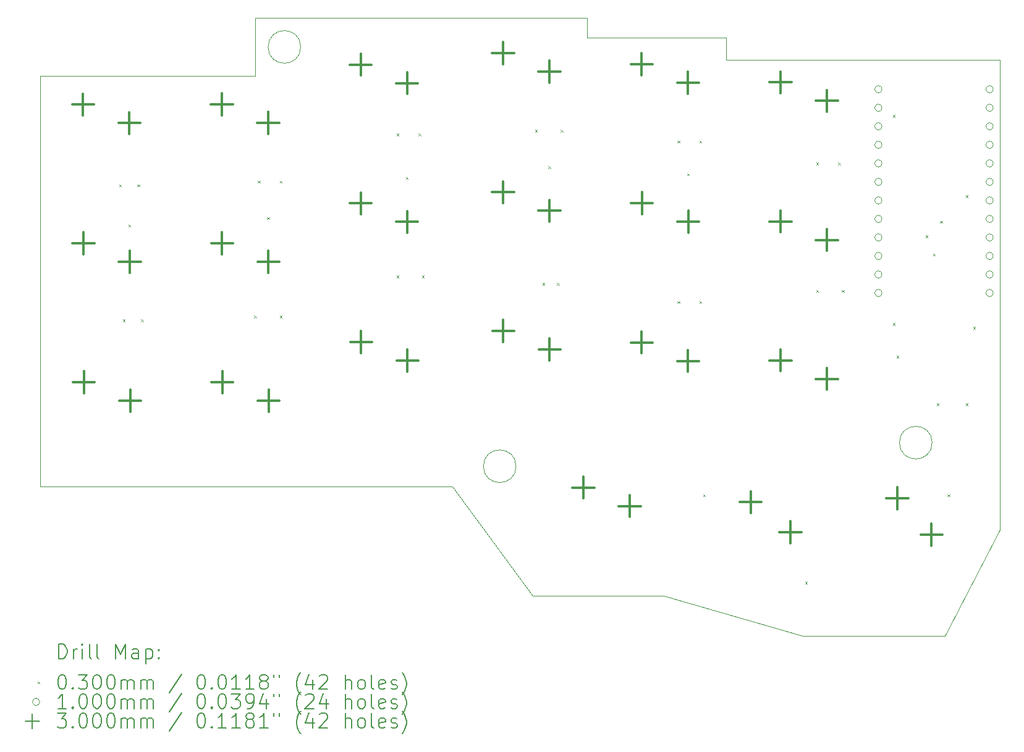
<source format=gbr>
%TF.GenerationSoftware,KiCad,Pcbnew,8.0.1*%
%TF.CreationDate,2024-05-26T01:43:09+02:00*%
%TF.ProjectId,KeyboardTest2_right,4b657962-6f61-4726-9454-657374325f72,rev?*%
%TF.SameCoordinates,Original*%
%TF.FileFunction,Drillmap*%
%TF.FilePolarity,Positive*%
%FSLAX45Y45*%
G04 Gerber Fmt 4.5, Leading zero omitted, Abs format (unit mm)*
G04 Created by KiCad (PCBNEW 8.0.1) date 2024-05-26 01:43:09*
%MOMM*%
%LPD*%
G01*
G04 APERTURE LIST*
%ADD10C,0.050000*%
%ADD11C,0.200000*%
%ADD12C,0.100000*%
%ADD13C,0.300000*%
G04 APERTURE END LIST*
D10*
X11100000Y-2125000D02*
X12950000Y-2125000D01*
X7173607Y-2250000D02*
G75*
G02*
X6726393Y-2250000I-223607J0D01*
G01*
X6726393Y-2250000D02*
G75*
G02*
X7173607Y-2250000I223607J0D01*
G01*
X13000000Y-2125000D02*
X13000000Y-2425000D01*
X6550000Y-1850000D02*
X6550000Y-2650000D01*
X14900000Y-2425000D02*
X16750000Y-2425000D01*
X9250000Y-8275000D02*
X10350000Y-9775000D01*
X16750000Y-2425000D02*
X16750000Y-8875000D01*
X11100000Y-1900000D02*
X11100000Y-1850000D01*
X14050000Y-10325000D02*
X12150000Y-9775000D01*
X7300000Y-8275000D02*
X9250000Y-8275000D01*
X3600000Y-2650000D02*
X3600000Y-2675000D01*
X11100000Y-1850000D02*
X6550000Y-1850000D01*
X3600000Y-8275000D02*
X3600000Y-2675000D01*
X16750000Y-8875000D02*
X16000000Y-10325000D01*
X7300000Y-8275000D02*
X5500000Y-8275000D01*
X10123607Y-8000000D02*
G75*
G02*
X9676393Y-8000000I-223607J0D01*
G01*
X9676393Y-8000000D02*
G75*
G02*
X10123607Y-8000000I223607J0D01*
G01*
X12150000Y-9775000D02*
X10350000Y-9775000D01*
X11100000Y-1925000D02*
X11100000Y-2125000D01*
X16000000Y-10325000D02*
X14050000Y-10325000D01*
X5500000Y-8275000D02*
X3600000Y-8275000D01*
X12950000Y-2125000D02*
X13000000Y-2125000D01*
X15823607Y-7676393D02*
G75*
G02*
X15376393Y-7676393I-223607J0D01*
G01*
X15376393Y-7676393D02*
G75*
G02*
X15823607Y-7676393I223607J0D01*
G01*
X6550000Y-2650000D02*
X3600000Y-2650000D01*
X13000000Y-2425000D02*
X14900000Y-2425000D01*
X11100000Y-1925000D02*
X11100000Y-1900000D01*
D11*
D12*
X4685000Y-4135000D02*
X4715000Y-4165000D01*
X4715000Y-4135000D02*
X4685000Y-4165000D01*
X4735000Y-5985000D02*
X4765000Y-6015000D01*
X4765000Y-5985000D02*
X4735000Y-6015000D01*
X4810550Y-4685000D02*
X4840550Y-4715000D01*
X4840550Y-4685000D02*
X4810550Y-4715000D01*
X4935000Y-4135000D02*
X4965000Y-4165000D01*
X4965000Y-4135000D02*
X4935000Y-4165000D01*
X4985000Y-5985000D02*
X5015000Y-6015000D01*
X5015000Y-5985000D02*
X4985000Y-6015000D01*
X6535000Y-5935000D02*
X6565000Y-5965000D01*
X6565000Y-5935000D02*
X6535000Y-5965000D01*
X6585000Y-4085000D02*
X6615000Y-4115000D01*
X6615000Y-4085000D02*
X6585000Y-4115000D01*
X6713540Y-4585000D02*
X6743540Y-4615000D01*
X6743540Y-4585000D02*
X6713540Y-4615000D01*
X6885000Y-4085000D02*
X6915000Y-4115000D01*
X6915000Y-4085000D02*
X6885000Y-4115000D01*
X6885000Y-5935000D02*
X6915000Y-5965000D01*
X6915000Y-5935000D02*
X6885000Y-5965000D01*
X8485000Y-3435000D02*
X8515000Y-3465000D01*
X8515000Y-3435000D02*
X8485000Y-3465000D01*
X8485000Y-5385000D02*
X8515000Y-5415000D01*
X8515000Y-5385000D02*
X8485000Y-5415000D01*
X8614268Y-4035000D02*
X8644268Y-4065000D01*
X8644268Y-4035000D02*
X8614268Y-4065000D01*
X8785000Y-3435000D02*
X8815000Y-3465000D01*
X8815000Y-3435000D02*
X8785000Y-3465000D01*
X8835000Y-5385000D02*
X8865000Y-5415000D01*
X8865000Y-5385000D02*
X8835000Y-5415000D01*
X10385000Y-3385000D02*
X10415000Y-3415000D01*
X10415000Y-3385000D02*
X10385000Y-3415000D01*
X10485000Y-5485000D02*
X10515000Y-5515000D01*
X10515000Y-5485000D02*
X10485000Y-5515000D01*
X10564148Y-3885000D02*
X10594148Y-3915000D01*
X10594148Y-3885000D02*
X10564148Y-3915000D01*
X10685000Y-5485000D02*
X10715000Y-5515000D01*
X10715000Y-5485000D02*
X10685000Y-5515000D01*
X10735000Y-3385000D02*
X10765000Y-3415000D01*
X10765000Y-3385000D02*
X10735000Y-3415000D01*
X12335000Y-3535000D02*
X12365000Y-3565000D01*
X12365000Y-3535000D02*
X12335000Y-3565000D01*
X12335000Y-5735000D02*
X12365000Y-5765000D01*
X12365000Y-5735000D02*
X12335000Y-5765000D01*
X12466000Y-3985000D02*
X12496000Y-4015000D01*
X12496000Y-3985000D02*
X12466000Y-4015000D01*
X12635000Y-3535000D02*
X12665000Y-3565000D01*
X12665000Y-3535000D02*
X12635000Y-3565000D01*
X12635000Y-5735000D02*
X12665000Y-5765000D01*
X12665000Y-5735000D02*
X12635000Y-5765000D01*
X12685000Y-8385000D02*
X12715000Y-8415000D01*
X12715000Y-8385000D02*
X12685000Y-8415000D01*
X14085000Y-9585000D02*
X14115000Y-9615000D01*
X14115000Y-9585000D02*
X14085000Y-9615000D01*
X14235000Y-3835000D02*
X14265000Y-3865000D01*
X14265000Y-3835000D02*
X14235000Y-3865000D01*
X14235000Y-5585000D02*
X14265000Y-5615000D01*
X14265000Y-5585000D02*
X14235000Y-5615000D01*
X14535000Y-3835000D02*
X14565000Y-3865000D01*
X14565000Y-3835000D02*
X14535000Y-3865000D01*
X14585000Y-5585000D02*
X14615000Y-5615000D01*
X14615000Y-5585000D02*
X14585000Y-5615000D01*
X15285000Y-3185000D02*
X15315000Y-3215000D01*
X15315000Y-3185000D02*
X15285000Y-3215000D01*
X15285000Y-6035000D02*
X15315000Y-6065000D01*
X15315000Y-6035000D02*
X15285000Y-6065000D01*
X15335000Y-6485000D02*
X15365000Y-6515000D01*
X15365000Y-6485000D02*
X15335000Y-6515000D01*
X15735000Y-4835000D02*
X15765000Y-4865000D01*
X15765000Y-4835000D02*
X15735000Y-4865000D01*
X15835000Y-5085000D02*
X15865000Y-5115000D01*
X15865000Y-5085000D02*
X15835000Y-5115000D01*
X15885000Y-7135000D02*
X15915000Y-7165000D01*
X15915000Y-7135000D02*
X15885000Y-7165000D01*
X15935000Y-4635000D02*
X15965000Y-4665000D01*
X15965000Y-4635000D02*
X15935000Y-4665000D01*
X16035000Y-8385000D02*
X16065000Y-8415000D01*
X16065000Y-8385000D02*
X16035000Y-8415000D01*
X16285000Y-4285000D02*
X16315000Y-4315000D01*
X16315000Y-4285000D02*
X16285000Y-4315000D01*
X16285000Y-7135000D02*
X16315000Y-7165000D01*
X16315000Y-7135000D02*
X16285000Y-7165000D01*
X16385000Y-6085000D02*
X16415000Y-6115000D01*
X16415000Y-6085000D02*
X16385000Y-6115000D01*
X15138000Y-2830000D02*
G75*
G02*
X15038000Y-2830000I-50000J0D01*
G01*
X15038000Y-2830000D02*
G75*
G02*
X15138000Y-2830000I50000J0D01*
G01*
X15138000Y-3084000D02*
G75*
G02*
X15038000Y-3084000I-50000J0D01*
G01*
X15038000Y-3084000D02*
G75*
G02*
X15138000Y-3084000I50000J0D01*
G01*
X15138000Y-3338000D02*
G75*
G02*
X15038000Y-3338000I-50000J0D01*
G01*
X15038000Y-3338000D02*
G75*
G02*
X15138000Y-3338000I50000J0D01*
G01*
X15138000Y-3592000D02*
G75*
G02*
X15038000Y-3592000I-50000J0D01*
G01*
X15038000Y-3592000D02*
G75*
G02*
X15138000Y-3592000I50000J0D01*
G01*
X15138000Y-3846000D02*
G75*
G02*
X15038000Y-3846000I-50000J0D01*
G01*
X15038000Y-3846000D02*
G75*
G02*
X15138000Y-3846000I50000J0D01*
G01*
X15138000Y-4100000D02*
G75*
G02*
X15038000Y-4100000I-50000J0D01*
G01*
X15038000Y-4100000D02*
G75*
G02*
X15138000Y-4100000I50000J0D01*
G01*
X15138000Y-4354000D02*
G75*
G02*
X15038000Y-4354000I-50000J0D01*
G01*
X15038000Y-4354000D02*
G75*
G02*
X15138000Y-4354000I50000J0D01*
G01*
X15138000Y-4608000D02*
G75*
G02*
X15038000Y-4608000I-50000J0D01*
G01*
X15038000Y-4608000D02*
G75*
G02*
X15138000Y-4608000I50000J0D01*
G01*
X15138000Y-4862000D02*
G75*
G02*
X15038000Y-4862000I-50000J0D01*
G01*
X15038000Y-4862000D02*
G75*
G02*
X15138000Y-4862000I50000J0D01*
G01*
X15138000Y-5116000D02*
G75*
G02*
X15038000Y-5116000I-50000J0D01*
G01*
X15038000Y-5116000D02*
G75*
G02*
X15138000Y-5116000I50000J0D01*
G01*
X15138000Y-5370000D02*
G75*
G02*
X15038000Y-5370000I-50000J0D01*
G01*
X15038000Y-5370000D02*
G75*
G02*
X15138000Y-5370000I50000J0D01*
G01*
X15138000Y-5624000D02*
G75*
G02*
X15038000Y-5624000I-50000J0D01*
G01*
X15038000Y-5624000D02*
G75*
G02*
X15138000Y-5624000I50000J0D01*
G01*
X16662000Y-2830000D02*
G75*
G02*
X16562000Y-2830000I-50000J0D01*
G01*
X16562000Y-2830000D02*
G75*
G02*
X16662000Y-2830000I50000J0D01*
G01*
X16662000Y-3084000D02*
G75*
G02*
X16562000Y-3084000I-50000J0D01*
G01*
X16562000Y-3084000D02*
G75*
G02*
X16662000Y-3084000I50000J0D01*
G01*
X16662000Y-3338000D02*
G75*
G02*
X16562000Y-3338000I-50000J0D01*
G01*
X16562000Y-3338000D02*
G75*
G02*
X16662000Y-3338000I50000J0D01*
G01*
X16662000Y-3592000D02*
G75*
G02*
X16562000Y-3592000I-50000J0D01*
G01*
X16562000Y-3592000D02*
G75*
G02*
X16662000Y-3592000I50000J0D01*
G01*
X16662000Y-3846000D02*
G75*
G02*
X16562000Y-3846000I-50000J0D01*
G01*
X16562000Y-3846000D02*
G75*
G02*
X16662000Y-3846000I50000J0D01*
G01*
X16662000Y-4100000D02*
G75*
G02*
X16562000Y-4100000I-50000J0D01*
G01*
X16562000Y-4100000D02*
G75*
G02*
X16662000Y-4100000I50000J0D01*
G01*
X16662000Y-4354000D02*
G75*
G02*
X16562000Y-4354000I-50000J0D01*
G01*
X16562000Y-4354000D02*
G75*
G02*
X16662000Y-4354000I50000J0D01*
G01*
X16662000Y-4608000D02*
G75*
G02*
X16562000Y-4608000I-50000J0D01*
G01*
X16562000Y-4608000D02*
G75*
G02*
X16662000Y-4608000I50000J0D01*
G01*
X16662000Y-4862000D02*
G75*
G02*
X16562000Y-4862000I-50000J0D01*
G01*
X16562000Y-4862000D02*
G75*
G02*
X16662000Y-4862000I50000J0D01*
G01*
X16662000Y-5116000D02*
G75*
G02*
X16562000Y-5116000I-50000J0D01*
G01*
X16562000Y-5116000D02*
G75*
G02*
X16662000Y-5116000I50000J0D01*
G01*
X16662000Y-5370000D02*
G75*
G02*
X16562000Y-5370000I-50000J0D01*
G01*
X16562000Y-5370000D02*
G75*
G02*
X16662000Y-5370000I50000J0D01*
G01*
X16662000Y-5624000D02*
G75*
G02*
X16562000Y-5624000I-50000J0D01*
G01*
X16562000Y-5624000D02*
G75*
G02*
X16662000Y-5624000I50000J0D01*
G01*
D13*
X4190550Y-2891226D02*
X4190550Y-3191226D01*
X4040550Y-3041226D02*
X4340550Y-3041226D01*
X4196000Y-4792000D02*
X4196000Y-5092000D01*
X4046000Y-4942000D02*
X4346000Y-4942000D01*
X4201065Y-6697792D02*
X4201065Y-6997792D01*
X4051065Y-6847792D02*
X4351065Y-6847792D01*
X4825550Y-3145226D02*
X4825550Y-3445226D01*
X4675550Y-3295226D02*
X4975550Y-3295226D01*
X4831000Y-5046000D02*
X4831000Y-5346000D01*
X4681000Y-5196000D02*
X4981000Y-5196000D01*
X4836065Y-6951792D02*
X4836065Y-7251792D01*
X4686065Y-7101792D02*
X4986065Y-7101792D01*
X6093540Y-2888235D02*
X6093540Y-3188235D01*
X5943540Y-3038235D02*
X6243540Y-3038235D01*
X6096000Y-4792000D02*
X6096000Y-5092000D01*
X5946000Y-4942000D02*
X6246000Y-4942000D01*
X6098075Y-6697792D02*
X6098075Y-6997792D01*
X5948075Y-6847792D02*
X6248075Y-6847792D01*
X6728540Y-3142235D02*
X6728540Y-3442235D01*
X6578540Y-3292235D02*
X6878540Y-3292235D01*
X6731000Y-5046000D02*
X6731000Y-5346000D01*
X6581000Y-5196000D02*
X6881000Y-5196000D01*
X6733075Y-6951792D02*
X6733075Y-7251792D01*
X6583075Y-7101792D02*
X6883075Y-7101792D01*
X7994268Y-4245848D02*
X7994268Y-4545848D01*
X7844268Y-4395848D02*
X8144268Y-4395848D01*
X7996000Y-2342000D02*
X7996000Y-2642000D01*
X7846000Y-2492000D02*
X8146000Y-2492000D01*
X8000310Y-6148376D02*
X8000310Y-6448376D01*
X7850310Y-6298376D02*
X8150310Y-6298376D01*
X8629268Y-4499848D02*
X8629268Y-4799848D01*
X8479268Y-4649848D02*
X8779268Y-4649848D01*
X8631000Y-2596000D02*
X8631000Y-2896000D01*
X8481000Y-2746000D02*
X8781000Y-2746000D01*
X8635311Y-6402376D02*
X8635311Y-6702376D01*
X8485311Y-6552376D02*
X8785311Y-6552376D01*
X9944148Y-2184948D02*
X9944148Y-2484948D01*
X9794148Y-2334948D02*
X10094148Y-2334948D01*
X9946000Y-4092000D02*
X9946000Y-4392000D01*
X9796000Y-4242000D02*
X10096000Y-4242000D01*
X9947127Y-5995275D02*
X9947127Y-6295275D01*
X9797127Y-6145275D02*
X10097127Y-6145275D01*
X10579148Y-2438948D02*
X10579148Y-2738948D01*
X10429148Y-2588948D02*
X10729148Y-2588948D01*
X10581000Y-4346000D02*
X10581000Y-4646000D01*
X10431000Y-4496000D02*
X10731000Y-4496000D01*
X10582127Y-6249275D02*
X10582127Y-6549275D01*
X10432127Y-6399275D02*
X10732127Y-6399275D01*
X11046000Y-8142000D02*
X11046000Y-8442000D01*
X10896000Y-8292000D02*
X11196000Y-8292000D01*
X11681000Y-8396000D02*
X11681000Y-8696000D01*
X11531000Y-8546000D02*
X11831000Y-8546000D01*
X11843765Y-2337811D02*
X11843765Y-2637811D01*
X11693765Y-2487811D02*
X11993765Y-2487811D01*
X11845664Y-6152051D02*
X11845664Y-6452051D01*
X11695664Y-6302051D02*
X11995664Y-6302051D01*
X11846000Y-4242000D02*
X11846000Y-4542000D01*
X11696000Y-4392000D02*
X11996000Y-4392000D01*
X12478765Y-2591811D02*
X12478765Y-2891810D01*
X12328765Y-2741811D02*
X12628765Y-2741811D01*
X12480664Y-6406051D02*
X12480664Y-6706051D01*
X12330664Y-6556051D02*
X12630664Y-6556051D01*
X12481000Y-4496000D02*
X12481000Y-4796000D01*
X12331000Y-4646000D02*
X12631000Y-4646000D01*
X13336135Y-8343570D02*
X13336135Y-8643570D01*
X13186135Y-8493570D02*
X13486135Y-8493570D01*
X13745351Y-2586389D02*
X13745351Y-2886389D01*
X13595351Y-2736389D02*
X13895351Y-2736389D01*
X13745759Y-6397021D02*
X13745759Y-6697021D01*
X13595759Y-6547021D02*
X13895759Y-6547021D01*
X13746000Y-4492000D02*
X13746000Y-4792000D01*
X13596000Y-4642000D02*
X13896000Y-4642000D01*
X13883758Y-8753265D02*
X13883758Y-9053265D01*
X13733758Y-8903265D02*
X14033758Y-8903265D01*
X14380351Y-2840389D02*
X14380351Y-3140389D01*
X14230351Y-2990389D02*
X14530351Y-2990389D01*
X14380759Y-6651021D02*
X14380759Y-6951021D01*
X14230759Y-6801021D02*
X14530759Y-6801021D01*
X14381000Y-4746000D02*
X14381000Y-5046000D01*
X14231000Y-4896000D02*
X14531000Y-4896000D01*
X15347675Y-8288753D02*
X15347675Y-8588753D01*
X15197675Y-8438753D02*
X15497675Y-8438753D01*
X15815835Y-8787317D02*
X15815835Y-9087317D01*
X15665835Y-8937317D02*
X15965835Y-8937317D01*
D11*
X3858277Y-10638984D02*
X3858277Y-10438984D01*
X3858277Y-10438984D02*
X3905896Y-10438984D01*
X3905896Y-10438984D02*
X3934467Y-10448508D01*
X3934467Y-10448508D02*
X3953515Y-10467555D01*
X3953515Y-10467555D02*
X3963039Y-10486603D01*
X3963039Y-10486603D02*
X3972562Y-10524698D01*
X3972562Y-10524698D02*
X3972562Y-10553270D01*
X3972562Y-10553270D02*
X3963039Y-10591365D01*
X3963039Y-10591365D02*
X3953515Y-10610412D01*
X3953515Y-10610412D02*
X3934467Y-10629460D01*
X3934467Y-10629460D02*
X3905896Y-10638984D01*
X3905896Y-10638984D02*
X3858277Y-10638984D01*
X4058277Y-10638984D02*
X4058277Y-10505650D01*
X4058277Y-10543746D02*
X4067801Y-10524698D01*
X4067801Y-10524698D02*
X4077324Y-10515174D01*
X4077324Y-10515174D02*
X4096372Y-10505650D01*
X4096372Y-10505650D02*
X4115420Y-10505650D01*
X4182086Y-10638984D02*
X4182086Y-10505650D01*
X4182086Y-10438984D02*
X4172562Y-10448508D01*
X4172562Y-10448508D02*
X4182086Y-10458031D01*
X4182086Y-10458031D02*
X4191610Y-10448508D01*
X4191610Y-10448508D02*
X4182086Y-10438984D01*
X4182086Y-10438984D02*
X4182086Y-10458031D01*
X4305896Y-10638984D02*
X4286848Y-10629460D01*
X4286848Y-10629460D02*
X4277324Y-10610412D01*
X4277324Y-10610412D02*
X4277324Y-10438984D01*
X4410658Y-10638984D02*
X4391610Y-10629460D01*
X4391610Y-10629460D02*
X4382086Y-10610412D01*
X4382086Y-10610412D02*
X4382086Y-10438984D01*
X4639229Y-10638984D02*
X4639229Y-10438984D01*
X4639229Y-10438984D02*
X4705896Y-10581841D01*
X4705896Y-10581841D02*
X4772563Y-10438984D01*
X4772563Y-10438984D02*
X4772563Y-10638984D01*
X4953515Y-10638984D02*
X4953515Y-10534222D01*
X4953515Y-10534222D02*
X4943991Y-10515174D01*
X4943991Y-10515174D02*
X4924944Y-10505650D01*
X4924944Y-10505650D02*
X4886848Y-10505650D01*
X4886848Y-10505650D02*
X4867801Y-10515174D01*
X4953515Y-10629460D02*
X4934467Y-10638984D01*
X4934467Y-10638984D02*
X4886848Y-10638984D01*
X4886848Y-10638984D02*
X4867801Y-10629460D01*
X4867801Y-10629460D02*
X4858277Y-10610412D01*
X4858277Y-10610412D02*
X4858277Y-10591365D01*
X4858277Y-10591365D02*
X4867801Y-10572317D01*
X4867801Y-10572317D02*
X4886848Y-10562793D01*
X4886848Y-10562793D02*
X4934467Y-10562793D01*
X4934467Y-10562793D02*
X4953515Y-10553270D01*
X5048753Y-10505650D02*
X5048753Y-10705650D01*
X5048753Y-10515174D02*
X5067801Y-10505650D01*
X5067801Y-10505650D02*
X5105896Y-10505650D01*
X5105896Y-10505650D02*
X5124944Y-10515174D01*
X5124944Y-10515174D02*
X5134467Y-10524698D01*
X5134467Y-10524698D02*
X5143991Y-10543746D01*
X5143991Y-10543746D02*
X5143991Y-10600889D01*
X5143991Y-10600889D02*
X5134467Y-10619936D01*
X5134467Y-10619936D02*
X5124944Y-10629460D01*
X5124944Y-10629460D02*
X5105896Y-10638984D01*
X5105896Y-10638984D02*
X5067801Y-10638984D01*
X5067801Y-10638984D02*
X5048753Y-10629460D01*
X5229705Y-10619936D02*
X5239229Y-10629460D01*
X5239229Y-10629460D02*
X5229705Y-10638984D01*
X5229705Y-10638984D02*
X5220182Y-10629460D01*
X5220182Y-10629460D02*
X5229705Y-10619936D01*
X5229705Y-10619936D02*
X5229705Y-10638984D01*
X5229705Y-10515174D02*
X5239229Y-10524698D01*
X5239229Y-10524698D02*
X5229705Y-10534222D01*
X5229705Y-10534222D02*
X5220182Y-10524698D01*
X5220182Y-10524698D02*
X5229705Y-10515174D01*
X5229705Y-10515174D02*
X5229705Y-10534222D01*
D12*
X3567500Y-10952500D02*
X3597500Y-10982500D01*
X3597500Y-10952500D02*
X3567500Y-10982500D01*
D11*
X3896372Y-10858984D02*
X3915420Y-10858984D01*
X3915420Y-10858984D02*
X3934467Y-10868508D01*
X3934467Y-10868508D02*
X3943991Y-10878031D01*
X3943991Y-10878031D02*
X3953515Y-10897079D01*
X3953515Y-10897079D02*
X3963039Y-10935174D01*
X3963039Y-10935174D02*
X3963039Y-10982793D01*
X3963039Y-10982793D02*
X3953515Y-11020889D01*
X3953515Y-11020889D02*
X3943991Y-11039936D01*
X3943991Y-11039936D02*
X3934467Y-11049460D01*
X3934467Y-11049460D02*
X3915420Y-11058984D01*
X3915420Y-11058984D02*
X3896372Y-11058984D01*
X3896372Y-11058984D02*
X3877324Y-11049460D01*
X3877324Y-11049460D02*
X3867801Y-11039936D01*
X3867801Y-11039936D02*
X3858277Y-11020889D01*
X3858277Y-11020889D02*
X3848753Y-10982793D01*
X3848753Y-10982793D02*
X3848753Y-10935174D01*
X3848753Y-10935174D02*
X3858277Y-10897079D01*
X3858277Y-10897079D02*
X3867801Y-10878031D01*
X3867801Y-10878031D02*
X3877324Y-10868508D01*
X3877324Y-10868508D02*
X3896372Y-10858984D01*
X4048753Y-11039936D02*
X4058277Y-11049460D01*
X4058277Y-11049460D02*
X4048753Y-11058984D01*
X4048753Y-11058984D02*
X4039229Y-11049460D01*
X4039229Y-11049460D02*
X4048753Y-11039936D01*
X4048753Y-11039936D02*
X4048753Y-11058984D01*
X4124943Y-10858984D02*
X4248753Y-10858984D01*
X4248753Y-10858984D02*
X4182086Y-10935174D01*
X4182086Y-10935174D02*
X4210658Y-10935174D01*
X4210658Y-10935174D02*
X4229705Y-10944698D01*
X4229705Y-10944698D02*
X4239229Y-10954222D01*
X4239229Y-10954222D02*
X4248753Y-10973270D01*
X4248753Y-10973270D02*
X4248753Y-11020889D01*
X4248753Y-11020889D02*
X4239229Y-11039936D01*
X4239229Y-11039936D02*
X4229705Y-11049460D01*
X4229705Y-11049460D02*
X4210658Y-11058984D01*
X4210658Y-11058984D02*
X4153515Y-11058984D01*
X4153515Y-11058984D02*
X4134467Y-11049460D01*
X4134467Y-11049460D02*
X4124943Y-11039936D01*
X4372563Y-10858984D02*
X4391610Y-10858984D01*
X4391610Y-10858984D02*
X4410658Y-10868508D01*
X4410658Y-10868508D02*
X4420182Y-10878031D01*
X4420182Y-10878031D02*
X4429705Y-10897079D01*
X4429705Y-10897079D02*
X4439229Y-10935174D01*
X4439229Y-10935174D02*
X4439229Y-10982793D01*
X4439229Y-10982793D02*
X4429705Y-11020889D01*
X4429705Y-11020889D02*
X4420182Y-11039936D01*
X4420182Y-11039936D02*
X4410658Y-11049460D01*
X4410658Y-11049460D02*
X4391610Y-11058984D01*
X4391610Y-11058984D02*
X4372563Y-11058984D01*
X4372563Y-11058984D02*
X4353515Y-11049460D01*
X4353515Y-11049460D02*
X4343991Y-11039936D01*
X4343991Y-11039936D02*
X4334467Y-11020889D01*
X4334467Y-11020889D02*
X4324944Y-10982793D01*
X4324944Y-10982793D02*
X4324944Y-10935174D01*
X4324944Y-10935174D02*
X4334467Y-10897079D01*
X4334467Y-10897079D02*
X4343991Y-10878031D01*
X4343991Y-10878031D02*
X4353515Y-10868508D01*
X4353515Y-10868508D02*
X4372563Y-10858984D01*
X4563039Y-10858984D02*
X4582086Y-10858984D01*
X4582086Y-10858984D02*
X4601134Y-10868508D01*
X4601134Y-10868508D02*
X4610658Y-10878031D01*
X4610658Y-10878031D02*
X4620182Y-10897079D01*
X4620182Y-10897079D02*
X4629705Y-10935174D01*
X4629705Y-10935174D02*
X4629705Y-10982793D01*
X4629705Y-10982793D02*
X4620182Y-11020889D01*
X4620182Y-11020889D02*
X4610658Y-11039936D01*
X4610658Y-11039936D02*
X4601134Y-11049460D01*
X4601134Y-11049460D02*
X4582086Y-11058984D01*
X4582086Y-11058984D02*
X4563039Y-11058984D01*
X4563039Y-11058984D02*
X4543991Y-11049460D01*
X4543991Y-11049460D02*
X4534467Y-11039936D01*
X4534467Y-11039936D02*
X4524944Y-11020889D01*
X4524944Y-11020889D02*
X4515420Y-10982793D01*
X4515420Y-10982793D02*
X4515420Y-10935174D01*
X4515420Y-10935174D02*
X4524944Y-10897079D01*
X4524944Y-10897079D02*
X4534467Y-10878031D01*
X4534467Y-10878031D02*
X4543991Y-10868508D01*
X4543991Y-10868508D02*
X4563039Y-10858984D01*
X4715420Y-11058984D02*
X4715420Y-10925650D01*
X4715420Y-10944698D02*
X4724944Y-10935174D01*
X4724944Y-10935174D02*
X4743991Y-10925650D01*
X4743991Y-10925650D02*
X4772563Y-10925650D01*
X4772563Y-10925650D02*
X4791610Y-10935174D01*
X4791610Y-10935174D02*
X4801134Y-10954222D01*
X4801134Y-10954222D02*
X4801134Y-11058984D01*
X4801134Y-10954222D02*
X4810658Y-10935174D01*
X4810658Y-10935174D02*
X4829705Y-10925650D01*
X4829705Y-10925650D02*
X4858277Y-10925650D01*
X4858277Y-10925650D02*
X4877325Y-10935174D01*
X4877325Y-10935174D02*
X4886848Y-10954222D01*
X4886848Y-10954222D02*
X4886848Y-11058984D01*
X4982086Y-11058984D02*
X4982086Y-10925650D01*
X4982086Y-10944698D02*
X4991610Y-10935174D01*
X4991610Y-10935174D02*
X5010658Y-10925650D01*
X5010658Y-10925650D02*
X5039229Y-10925650D01*
X5039229Y-10925650D02*
X5058277Y-10935174D01*
X5058277Y-10935174D02*
X5067801Y-10954222D01*
X5067801Y-10954222D02*
X5067801Y-11058984D01*
X5067801Y-10954222D02*
X5077325Y-10935174D01*
X5077325Y-10935174D02*
X5096372Y-10925650D01*
X5096372Y-10925650D02*
X5124944Y-10925650D01*
X5124944Y-10925650D02*
X5143991Y-10935174D01*
X5143991Y-10935174D02*
X5153515Y-10954222D01*
X5153515Y-10954222D02*
X5153515Y-11058984D01*
X5543991Y-10849460D02*
X5372563Y-11106603D01*
X5801134Y-10858984D02*
X5820182Y-10858984D01*
X5820182Y-10858984D02*
X5839229Y-10868508D01*
X5839229Y-10868508D02*
X5848753Y-10878031D01*
X5848753Y-10878031D02*
X5858277Y-10897079D01*
X5858277Y-10897079D02*
X5867801Y-10935174D01*
X5867801Y-10935174D02*
X5867801Y-10982793D01*
X5867801Y-10982793D02*
X5858277Y-11020889D01*
X5858277Y-11020889D02*
X5848753Y-11039936D01*
X5848753Y-11039936D02*
X5839229Y-11049460D01*
X5839229Y-11049460D02*
X5820182Y-11058984D01*
X5820182Y-11058984D02*
X5801134Y-11058984D01*
X5801134Y-11058984D02*
X5782086Y-11049460D01*
X5782086Y-11049460D02*
X5772563Y-11039936D01*
X5772563Y-11039936D02*
X5763039Y-11020889D01*
X5763039Y-11020889D02*
X5753515Y-10982793D01*
X5753515Y-10982793D02*
X5753515Y-10935174D01*
X5753515Y-10935174D02*
X5763039Y-10897079D01*
X5763039Y-10897079D02*
X5772563Y-10878031D01*
X5772563Y-10878031D02*
X5782086Y-10868508D01*
X5782086Y-10868508D02*
X5801134Y-10858984D01*
X5953515Y-11039936D02*
X5963039Y-11049460D01*
X5963039Y-11049460D02*
X5953515Y-11058984D01*
X5953515Y-11058984D02*
X5943991Y-11049460D01*
X5943991Y-11049460D02*
X5953515Y-11039936D01*
X5953515Y-11039936D02*
X5953515Y-11058984D01*
X6086848Y-10858984D02*
X6105896Y-10858984D01*
X6105896Y-10858984D02*
X6124944Y-10868508D01*
X6124944Y-10868508D02*
X6134467Y-10878031D01*
X6134467Y-10878031D02*
X6143991Y-10897079D01*
X6143991Y-10897079D02*
X6153515Y-10935174D01*
X6153515Y-10935174D02*
X6153515Y-10982793D01*
X6153515Y-10982793D02*
X6143991Y-11020889D01*
X6143991Y-11020889D02*
X6134467Y-11039936D01*
X6134467Y-11039936D02*
X6124944Y-11049460D01*
X6124944Y-11049460D02*
X6105896Y-11058984D01*
X6105896Y-11058984D02*
X6086848Y-11058984D01*
X6086848Y-11058984D02*
X6067801Y-11049460D01*
X6067801Y-11049460D02*
X6058277Y-11039936D01*
X6058277Y-11039936D02*
X6048753Y-11020889D01*
X6048753Y-11020889D02*
X6039229Y-10982793D01*
X6039229Y-10982793D02*
X6039229Y-10935174D01*
X6039229Y-10935174D02*
X6048753Y-10897079D01*
X6048753Y-10897079D02*
X6058277Y-10878031D01*
X6058277Y-10878031D02*
X6067801Y-10868508D01*
X6067801Y-10868508D02*
X6086848Y-10858984D01*
X6343991Y-11058984D02*
X6229706Y-11058984D01*
X6286848Y-11058984D02*
X6286848Y-10858984D01*
X6286848Y-10858984D02*
X6267801Y-10887555D01*
X6267801Y-10887555D02*
X6248753Y-10906603D01*
X6248753Y-10906603D02*
X6229706Y-10916127D01*
X6534467Y-11058984D02*
X6420182Y-11058984D01*
X6477325Y-11058984D02*
X6477325Y-10858984D01*
X6477325Y-10858984D02*
X6458277Y-10887555D01*
X6458277Y-10887555D02*
X6439229Y-10906603D01*
X6439229Y-10906603D02*
X6420182Y-10916127D01*
X6648753Y-10944698D02*
X6629706Y-10935174D01*
X6629706Y-10935174D02*
X6620182Y-10925650D01*
X6620182Y-10925650D02*
X6610658Y-10906603D01*
X6610658Y-10906603D02*
X6610658Y-10897079D01*
X6610658Y-10897079D02*
X6620182Y-10878031D01*
X6620182Y-10878031D02*
X6629706Y-10868508D01*
X6629706Y-10868508D02*
X6648753Y-10858984D01*
X6648753Y-10858984D02*
X6686848Y-10858984D01*
X6686848Y-10858984D02*
X6705896Y-10868508D01*
X6705896Y-10868508D02*
X6715420Y-10878031D01*
X6715420Y-10878031D02*
X6724944Y-10897079D01*
X6724944Y-10897079D02*
X6724944Y-10906603D01*
X6724944Y-10906603D02*
X6715420Y-10925650D01*
X6715420Y-10925650D02*
X6705896Y-10935174D01*
X6705896Y-10935174D02*
X6686848Y-10944698D01*
X6686848Y-10944698D02*
X6648753Y-10944698D01*
X6648753Y-10944698D02*
X6629706Y-10954222D01*
X6629706Y-10954222D02*
X6620182Y-10963746D01*
X6620182Y-10963746D02*
X6610658Y-10982793D01*
X6610658Y-10982793D02*
X6610658Y-11020889D01*
X6610658Y-11020889D02*
X6620182Y-11039936D01*
X6620182Y-11039936D02*
X6629706Y-11049460D01*
X6629706Y-11049460D02*
X6648753Y-11058984D01*
X6648753Y-11058984D02*
X6686848Y-11058984D01*
X6686848Y-11058984D02*
X6705896Y-11049460D01*
X6705896Y-11049460D02*
X6715420Y-11039936D01*
X6715420Y-11039936D02*
X6724944Y-11020889D01*
X6724944Y-11020889D02*
X6724944Y-10982793D01*
X6724944Y-10982793D02*
X6715420Y-10963746D01*
X6715420Y-10963746D02*
X6705896Y-10954222D01*
X6705896Y-10954222D02*
X6686848Y-10944698D01*
X6801134Y-10858984D02*
X6801134Y-10897079D01*
X6877325Y-10858984D02*
X6877325Y-10897079D01*
X7172563Y-11135174D02*
X7163039Y-11125650D01*
X7163039Y-11125650D02*
X7143991Y-11097079D01*
X7143991Y-11097079D02*
X7134468Y-11078031D01*
X7134468Y-11078031D02*
X7124944Y-11049460D01*
X7124944Y-11049460D02*
X7115420Y-11001841D01*
X7115420Y-11001841D02*
X7115420Y-10963746D01*
X7115420Y-10963746D02*
X7124944Y-10916127D01*
X7124944Y-10916127D02*
X7134468Y-10887555D01*
X7134468Y-10887555D02*
X7143991Y-10868508D01*
X7143991Y-10868508D02*
X7163039Y-10839936D01*
X7163039Y-10839936D02*
X7172563Y-10830412D01*
X7334468Y-10925650D02*
X7334468Y-11058984D01*
X7286848Y-10849460D02*
X7239229Y-10992317D01*
X7239229Y-10992317D02*
X7363039Y-10992317D01*
X7429706Y-10878031D02*
X7439229Y-10868508D01*
X7439229Y-10868508D02*
X7458277Y-10858984D01*
X7458277Y-10858984D02*
X7505896Y-10858984D01*
X7505896Y-10858984D02*
X7524944Y-10868508D01*
X7524944Y-10868508D02*
X7534468Y-10878031D01*
X7534468Y-10878031D02*
X7543991Y-10897079D01*
X7543991Y-10897079D02*
X7543991Y-10916127D01*
X7543991Y-10916127D02*
X7534468Y-10944698D01*
X7534468Y-10944698D02*
X7420182Y-11058984D01*
X7420182Y-11058984D02*
X7543991Y-11058984D01*
X7782087Y-11058984D02*
X7782087Y-10858984D01*
X7867801Y-11058984D02*
X7867801Y-10954222D01*
X7867801Y-10954222D02*
X7858277Y-10935174D01*
X7858277Y-10935174D02*
X7839230Y-10925650D01*
X7839230Y-10925650D02*
X7810658Y-10925650D01*
X7810658Y-10925650D02*
X7791610Y-10935174D01*
X7791610Y-10935174D02*
X7782087Y-10944698D01*
X7991610Y-11058984D02*
X7972563Y-11049460D01*
X7972563Y-11049460D02*
X7963039Y-11039936D01*
X7963039Y-11039936D02*
X7953515Y-11020889D01*
X7953515Y-11020889D02*
X7953515Y-10963746D01*
X7953515Y-10963746D02*
X7963039Y-10944698D01*
X7963039Y-10944698D02*
X7972563Y-10935174D01*
X7972563Y-10935174D02*
X7991610Y-10925650D01*
X7991610Y-10925650D02*
X8020182Y-10925650D01*
X8020182Y-10925650D02*
X8039230Y-10935174D01*
X8039230Y-10935174D02*
X8048753Y-10944698D01*
X8048753Y-10944698D02*
X8058277Y-10963746D01*
X8058277Y-10963746D02*
X8058277Y-11020889D01*
X8058277Y-11020889D02*
X8048753Y-11039936D01*
X8048753Y-11039936D02*
X8039230Y-11049460D01*
X8039230Y-11049460D02*
X8020182Y-11058984D01*
X8020182Y-11058984D02*
X7991610Y-11058984D01*
X8172563Y-11058984D02*
X8153515Y-11049460D01*
X8153515Y-11049460D02*
X8143991Y-11030412D01*
X8143991Y-11030412D02*
X8143991Y-10858984D01*
X8324944Y-11049460D02*
X8305896Y-11058984D01*
X8305896Y-11058984D02*
X8267801Y-11058984D01*
X8267801Y-11058984D02*
X8248753Y-11049460D01*
X8248753Y-11049460D02*
X8239230Y-11030412D01*
X8239230Y-11030412D02*
X8239230Y-10954222D01*
X8239230Y-10954222D02*
X8248753Y-10935174D01*
X8248753Y-10935174D02*
X8267801Y-10925650D01*
X8267801Y-10925650D02*
X8305896Y-10925650D01*
X8305896Y-10925650D02*
X8324944Y-10935174D01*
X8324944Y-10935174D02*
X8334468Y-10954222D01*
X8334468Y-10954222D02*
X8334468Y-10973270D01*
X8334468Y-10973270D02*
X8239230Y-10992317D01*
X8410658Y-11049460D02*
X8429706Y-11058984D01*
X8429706Y-11058984D02*
X8467801Y-11058984D01*
X8467801Y-11058984D02*
X8486849Y-11049460D01*
X8486849Y-11049460D02*
X8496373Y-11030412D01*
X8496373Y-11030412D02*
X8496373Y-11020889D01*
X8496373Y-11020889D02*
X8486849Y-11001841D01*
X8486849Y-11001841D02*
X8467801Y-10992317D01*
X8467801Y-10992317D02*
X8439230Y-10992317D01*
X8439230Y-10992317D02*
X8420182Y-10982793D01*
X8420182Y-10982793D02*
X8410658Y-10963746D01*
X8410658Y-10963746D02*
X8410658Y-10954222D01*
X8410658Y-10954222D02*
X8420182Y-10935174D01*
X8420182Y-10935174D02*
X8439230Y-10925650D01*
X8439230Y-10925650D02*
X8467801Y-10925650D01*
X8467801Y-10925650D02*
X8486849Y-10935174D01*
X8563039Y-11135174D02*
X8572563Y-11125650D01*
X8572563Y-11125650D02*
X8591611Y-11097079D01*
X8591611Y-11097079D02*
X8601134Y-11078031D01*
X8601134Y-11078031D02*
X8610658Y-11049460D01*
X8610658Y-11049460D02*
X8620182Y-11001841D01*
X8620182Y-11001841D02*
X8620182Y-10963746D01*
X8620182Y-10963746D02*
X8610658Y-10916127D01*
X8610658Y-10916127D02*
X8601134Y-10887555D01*
X8601134Y-10887555D02*
X8591611Y-10868508D01*
X8591611Y-10868508D02*
X8572563Y-10839936D01*
X8572563Y-10839936D02*
X8563039Y-10830412D01*
D12*
X3597500Y-11231500D02*
G75*
G02*
X3497500Y-11231500I-50000J0D01*
G01*
X3497500Y-11231500D02*
G75*
G02*
X3597500Y-11231500I50000J0D01*
G01*
D11*
X3963039Y-11322984D02*
X3848753Y-11322984D01*
X3905896Y-11322984D02*
X3905896Y-11122984D01*
X3905896Y-11122984D02*
X3886848Y-11151555D01*
X3886848Y-11151555D02*
X3867801Y-11170603D01*
X3867801Y-11170603D02*
X3848753Y-11180127D01*
X4048753Y-11303936D02*
X4058277Y-11313460D01*
X4058277Y-11313460D02*
X4048753Y-11322984D01*
X4048753Y-11322984D02*
X4039229Y-11313460D01*
X4039229Y-11313460D02*
X4048753Y-11303936D01*
X4048753Y-11303936D02*
X4048753Y-11322984D01*
X4182086Y-11122984D02*
X4201134Y-11122984D01*
X4201134Y-11122984D02*
X4220182Y-11132508D01*
X4220182Y-11132508D02*
X4229705Y-11142031D01*
X4229705Y-11142031D02*
X4239229Y-11161079D01*
X4239229Y-11161079D02*
X4248753Y-11199174D01*
X4248753Y-11199174D02*
X4248753Y-11246793D01*
X4248753Y-11246793D02*
X4239229Y-11284888D01*
X4239229Y-11284888D02*
X4229705Y-11303936D01*
X4229705Y-11303936D02*
X4220182Y-11313460D01*
X4220182Y-11313460D02*
X4201134Y-11322984D01*
X4201134Y-11322984D02*
X4182086Y-11322984D01*
X4182086Y-11322984D02*
X4163039Y-11313460D01*
X4163039Y-11313460D02*
X4153515Y-11303936D01*
X4153515Y-11303936D02*
X4143991Y-11284888D01*
X4143991Y-11284888D02*
X4134467Y-11246793D01*
X4134467Y-11246793D02*
X4134467Y-11199174D01*
X4134467Y-11199174D02*
X4143991Y-11161079D01*
X4143991Y-11161079D02*
X4153515Y-11142031D01*
X4153515Y-11142031D02*
X4163039Y-11132508D01*
X4163039Y-11132508D02*
X4182086Y-11122984D01*
X4372563Y-11122984D02*
X4391610Y-11122984D01*
X4391610Y-11122984D02*
X4410658Y-11132508D01*
X4410658Y-11132508D02*
X4420182Y-11142031D01*
X4420182Y-11142031D02*
X4429705Y-11161079D01*
X4429705Y-11161079D02*
X4439229Y-11199174D01*
X4439229Y-11199174D02*
X4439229Y-11246793D01*
X4439229Y-11246793D02*
X4429705Y-11284888D01*
X4429705Y-11284888D02*
X4420182Y-11303936D01*
X4420182Y-11303936D02*
X4410658Y-11313460D01*
X4410658Y-11313460D02*
X4391610Y-11322984D01*
X4391610Y-11322984D02*
X4372563Y-11322984D01*
X4372563Y-11322984D02*
X4353515Y-11313460D01*
X4353515Y-11313460D02*
X4343991Y-11303936D01*
X4343991Y-11303936D02*
X4334467Y-11284888D01*
X4334467Y-11284888D02*
X4324944Y-11246793D01*
X4324944Y-11246793D02*
X4324944Y-11199174D01*
X4324944Y-11199174D02*
X4334467Y-11161079D01*
X4334467Y-11161079D02*
X4343991Y-11142031D01*
X4343991Y-11142031D02*
X4353515Y-11132508D01*
X4353515Y-11132508D02*
X4372563Y-11122984D01*
X4563039Y-11122984D02*
X4582086Y-11122984D01*
X4582086Y-11122984D02*
X4601134Y-11132508D01*
X4601134Y-11132508D02*
X4610658Y-11142031D01*
X4610658Y-11142031D02*
X4620182Y-11161079D01*
X4620182Y-11161079D02*
X4629705Y-11199174D01*
X4629705Y-11199174D02*
X4629705Y-11246793D01*
X4629705Y-11246793D02*
X4620182Y-11284888D01*
X4620182Y-11284888D02*
X4610658Y-11303936D01*
X4610658Y-11303936D02*
X4601134Y-11313460D01*
X4601134Y-11313460D02*
X4582086Y-11322984D01*
X4582086Y-11322984D02*
X4563039Y-11322984D01*
X4563039Y-11322984D02*
X4543991Y-11313460D01*
X4543991Y-11313460D02*
X4534467Y-11303936D01*
X4534467Y-11303936D02*
X4524944Y-11284888D01*
X4524944Y-11284888D02*
X4515420Y-11246793D01*
X4515420Y-11246793D02*
X4515420Y-11199174D01*
X4515420Y-11199174D02*
X4524944Y-11161079D01*
X4524944Y-11161079D02*
X4534467Y-11142031D01*
X4534467Y-11142031D02*
X4543991Y-11132508D01*
X4543991Y-11132508D02*
X4563039Y-11122984D01*
X4715420Y-11322984D02*
X4715420Y-11189650D01*
X4715420Y-11208698D02*
X4724944Y-11199174D01*
X4724944Y-11199174D02*
X4743991Y-11189650D01*
X4743991Y-11189650D02*
X4772563Y-11189650D01*
X4772563Y-11189650D02*
X4791610Y-11199174D01*
X4791610Y-11199174D02*
X4801134Y-11218222D01*
X4801134Y-11218222D02*
X4801134Y-11322984D01*
X4801134Y-11218222D02*
X4810658Y-11199174D01*
X4810658Y-11199174D02*
X4829705Y-11189650D01*
X4829705Y-11189650D02*
X4858277Y-11189650D01*
X4858277Y-11189650D02*
X4877325Y-11199174D01*
X4877325Y-11199174D02*
X4886848Y-11218222D01*
X4886848Y-11218222D02*
X4886848Y-11322984D01*
X4982086Y-11322984D02*
X4982086Y-11189650D01*
X4982086Y-11208698D02*
X4991610Y-11199174D01*
X4991610Y-11199174D02*
X5010658Y-11189650D01*
X5010658Y-11189650D02*
X5039229Y-11189650D01*
X5039229Y-11189650D02*
X5058277Y-11199174D01*
X5058277Y-11199174D02*
X5067801Y-11218222D01*
X5067801Y-11218222D02*
X5067801Y-11322984D01*
X5067801Y-11218222D02*
X5077325Y-11199174D01*
X5077325Y-11199174D02*
X5096372Y-11189650D01*
X5096372Y-11189650D02*
X5124944Y-11189650D01*
X5124944Y-11189650D02*
X5143991Y-11199174D01*
X5143991Y-11199174D02*
X5153515Y-11218222D01*
X5153515Y-11218222D02*
X5153515Y-11322984D01*
X5543991Y-11113460D02*
X5372563Y-11370603D01*
X5801134Y-11122984D02*
X5820182Y-11122984D01*
X5820182Y-11122984D02*
X5839229Y-11132508D01*
X5839229Y-11132508D02*
X5848753Y-11142031D01*
X5848753Y-11142031D02*
X5858277Y-11161079D01*
X5858277Y-11161079D02*
X5867801Y-11199174D01*
X5867801Y-11199174D02*
X5867801Y-11246793D01*
X5867801Y-11246793D02*
X5858277Y-11284888D01*
X5858277Y-11284888D02*
X5848753Y-11303936D01*
X5848753Y-11303936D02*
X5839229Y-11313460D01*
X5839229Y-11313460D02*
X5820182Y-11322984D01*
X5820182Y-11322984D02*
X5801134Y-11322984D01*
X5801134Y-11322984D02*
X5782086Y-11313460D01*
X5782086Y-11313460D02*
X5772563Y-11303936D01*
X5772563Y-11303936D02*
X5763039Y-11284888D01*
X5763039Y-11284888D02*
X5753515Y-11246793D01*
X5753515Y-11246793D02*
X5753515Y-11199174D01*
X5753515Y-11199174D02*
X5763039Y-11161079D01*
X5763039Y-11161079D02*
X5772563Y-11142031D01*
X5772563Y-11142031D02*
X5782086Y-11132508D01*
X5782086Y-11132508D02*
X5801134Y-11122984D01*
X5953515Y-11303936D02*
X5963039Y-11313460D01*
X5963039Y-11313460D02*
X5953515Y-11322984D01*
X5953515Y-11322984D02*
X5943991Y-11313460D01*
X5943991Y-11313460D02*
X5953515Y-11303936D01*
X5953515Y-11303936D02*
X5953515Y-11322984D01*
X6086848Y-11122984D02*
X6105896Y-11122984D01*
X6105896Y-11122984D02*
X6124944Y-11132508D01*
X6124944Y-11132508D02*
X6134467Y-11142031D01*
X6134467Y-11142031D02*
X6143991Y-11161079D01*
X6143991Y-11161079D02*
X6153515Y-11199174D01*
X6153515Y-11199174D02*
X6153515Y-11246793D01*
X6153515Y-11246793D02*
X6143991Y-11284888D01*
X6143991Y-11284888D02*
X6134467Y-11303936D01*
X6134467Y-11303936D02*
X6124944Y-11313460D01*
X6124944Y-11313460D02*
X6105896Y-11322984D01*
X6105896Y-11322984D02*
X6086848Y-11322984D01*
X6086848Y-11322984D02*
X6067801Y-11313460D01*
X6067801Y-11313460D02*
X6058277Y-11303936D01*
X6058277Y-11303936D02*
X6048753Y-11284888D01*
X6048753Y-11284888D02*
X6039229Y-11246793D01*
X6039229Y-11246793D02*
X6039229Y-11199174D01*
X6039229Y-11199174D02*
X6048753Y-11161079D01*
X6048753Y-11161079D02*
X6058277Y-11142031D01*
X6058277Y-11142031D02*
X6067801Y-11132508D01*
X6067801Y-11132508D02*
X6086848Y-11122984D01*
X6220182Y-11122984D02*
X6343991Y-11122984D01*
X6343991Y-11122984D02*
X6277325Y-11199174D01*
X6277325Y-11199174D02*
X6305896Y-11199174D01*
X6305896Y-11199174D02*
X6324944Y-11208698D01*
X6324944Y-11208698D02*
X6334467Y-11218222D01*
X6334467Y-11218222D02*
X6343991Y-11237269D01*
X6343991Y-11237269D02*
X6343991Y-11284888D01*
X6343991Y-11284888D02*
X6334467Y-11303936D01*
X6334467Y-11303936D02*
X6324944Y-11313460D01*
X6324944Y-11313460D02*
X6305896Y-11322984D01*
X6305896Y-11322984D02*
X6248753Y-11322984D01*
X6248753Y-11322984D02*
X6229706Y-11313460D01*
X6229706Y-11313460D02*
X6220182Y-11303936D01*
X6439229Y-11322984D02*
X6477325Y-11322984D01*
X6477325Y-11322984D02*
X6496372Y-11313460D01*
X6496372Y-11313460D02*
X6505896Y-11303936D01*
X6505896Y-11303936D02*
X6524944Y-11275365D01*
X6524944Y-11275365D02*
X6534467Y-11237269D01*
X6534467Y-11237269D02*
X6534467Y-11161079D01*
X6534467Y-11161079D02*
X6524944Y-11142031D01*
X6524944Y-11142031D02*
X6515420Y-11132508D01*
X6515420Y-11132508D02*
X6496372Y-11122984D01*
X6496372Y-11122984D02*
X6458277Y-11122984D01*
X6458277Y-11122984D02*
X6439229Y-11132508D01*
X6439229Y-11132508D02*
X6429706Y-11142031D01*
X6429706Y-11142031D02*
X6420182Y-11161079D01*
X6420182Y-11161079D02*
X6420182Y-11208698D01*
X6420182Y-11208698D02*
X6429706Y-11227746D01*
X6429706Y-11227746D02*
X6439229Y-11237269D01*
X6439229Y-11237269D02*
X6458277Y-11246793D01*
X6458277Y-11246793D02*
X6496372Y-11246793D01*
X6496372Y-11246793D02*
X6515420Y-11237269D01*
X6515420Y-11237269D02*
X6524944Y-11227746D01*
X6524944Y-11227746D02*
X6534467Y-11208698D01*
X6705896Y-11189650D02*
X6705896Y-11322984D01*
X6658277Y-11113460D02*
X6610658Y-11256317D01*
X6610658Y-11256317D02*
X6734467Y-11256317D01*
X6801134Y-11122984D02*
X6801134Y-11161079D01*
X6877325Y-11122984D02*
X6877325Y-11161079D01*
X7172563Y-11399174D02*
X7163039Y-11389650D01*
X7163039Y-11389650D02*
X7143991Y-11361079D01*
X7143991Y-11361079D02*
X7134468Y-11342031D01*
X7134468Y-11342031D02*
X7124944Y-11313460D01*
X7124944Y-11313460D02*
X7115420Y-11265841D01*
X7115420Y-11265841D02*
X7115420Y-11227746D01*
X7115420Y-11227746D02*
X7124944Y-11180127D01*
X7124944Y-11180127D02*
X7134468Y-11151555D01*
X7134468Y-11151555D02*
X7143991Y-11132508D01*
X7143991Y-11132508D02*
X7163039Y-11103936D01*
X7163039Y-11103936D02*
X7172563Y-11094412D01*
X7239229Y-11142031D02*
X7248753Y-11132508D01*
X7248753Y-11132508D02*
X7267801Y-11122984D01*
X7267801Y-11122984D02*
X7315420Y-11122984D01*
X7315420Y-11122984D02*
X7334468Y-11132508D01*
X7334468Y-11132508D02*
X7343991Y-11142031D01*
X7343991Y-11142031D02*
X7353515Y-11161079D01*
X7353515Y-11161079D02*
X7353515Y-11180127D01*
X7353515Y-11180127D02*
X7343991Y-11208698D01*
X7343991Y-11208698D02*
X7229706Y-11322984D01*
X7229706Y-11322984D02*
X7353515Y-11322984D01*
X7524944Y-11189650D02*
X7524944Y-11322984D01*
X7477325Y-11113460D02*
X7429706Y-11256317D01*
X7429706Y-11256317D02*
X7553515Y-11256317D01*
X7782087Y-11322984D02*
X7782087Y-11122984D01*
X7867801Y-11322984D02*
X7867801Y-11218222D01*
X7867801Y-11218222D02*
X7858277Y-11199174D01*
X7858277Y-11199174D02*
X7839230Y-11189650D01*
X7839230Y-11189650D02*
X7810658Y-11189650D01*
X7810658Y-11189650D02*
X7791610Y-11199174D01*
X7791610Y-11199174D02*
X7782087Y-11208698D01*
X7991610Y-11322984D02*
X7972563Y-11313460D01*
X7972563Y-11313460D02*
X7963039Y-11303936D01*
X7963039Y-11303936D02*
X7953515Y-11284888D01*
X7953515Y-11284888D02*
X7953515Y-11227746D01*
X7953515Y-11227746D02*
X7963039Y-11208698D01*
X7963039Y-11208698D02*
X7972563Y-11199174D01*
X7972563Y-11199174D02*
X7991610Y-11189650D01*
X7991610Y-11189650D02*
X8020182Y-11189650D01*
X8020182Y-11189650D02*
X8039230Y-11199174D01*
X8039230Y-11199174D02*
X8048753Y-11208698D01*
X8048753Y-11208698D02*
X8058277Y-11227746D01*
X8058277Y-11227746D02*
X8058277Y-11284888D01*
X8058277Y-11284888D02*
X8048753Y-11303936D01*
X8048753Y-11303936D02*
X8039230Y-11313460D01*
X8039230Y-11313460D02*
X8020182Y-11322984D01*
X8020182Y-11322984D02*
X7991610Y-11322984D01*
X8172563Y-11322984D02*
X8153515Y-11313460D01*
X8153515Y-11313460D02*
X8143991Y-11294412D01*
X8143991Y-11294412D02*
X8143991Y-11122984D01*
X8324944Y-11313460D02*
X8305896Y-11322984D01*
X8305896Y-11322984D02*
X8267801Y-11322984D01*
X8267801Y-11322984D02*
X8248753Y-11313460D01*
X8248753Y-11313460D02*
X8239230Y-11294412D01*
X8239230Y-11294412D02*
X8239230Y-11218222D01*
X8239230Y-11218222D02*
X8248753Y-11199174D01*
X8248753Y-11199174D02*
X8267801Y-11189650D01*
X8267801Y-11189650D02*
X8305896Y-11189650D01*
X8305896Y-11189650D02*
X8324944Y-11199174D01*
X8324944Y-11199174D02*
X8334468Y-11218222D01*
X8334468Y-11218222D02*
X8334468Y-11237269D01*
X8334468Y-11237269D02*
X8239230Y-11256317D01*
X8410658Y-11313460D02*
X8429706Y-11322984D01*
X8429706Y-11322984D02*
X8467801Y-11322984D01*
X8467801Y-11322984D02*
X8486849Y-11313460D01*
X8486849Y-11313460D02*
X8496373Y-11294412D01*
X8496373Y-11294412D02*
X8496373Y-11284888D01*
X8496373Y-11284888D02*
X8486849Y-11265841D01*
X8486849Y-11265841D02*
X8467801Y-11256317D01*
X8467801Y-11256317D02*
X8439230Y-11256317D01*
X8439230Y-11256317D02*
X8420182Y-11246793D01*
X8420182Y-11246793D02*
X8410658Y-11227746D01*
X8410658Y-11227746D02*
X8410658Y-11218222D01*
X8410658Y-11218222D02*
X8420182Y-11199174D01*
X8420182Y-11199174D02*
X8439230Y-11189650D01*
X8439230Y-11189650D02*
X8467801Y-11189650D01*
X8467801Y-11189650D02*
X8486849Y-11199174D01*
X8563039Y-11399174D02*
X8572563Y-11389650D01*
X8572563Y-11389650D02*
X8591611Y-11361079D01*
X8591611Y-11361079D02*
X8601134Y-11342031D01*
X8601134Y-11342031D02*
X8610658Y-11313460D01*
X8610658Y-11313460D02*
X8620182Y-11265841D01*
X8620182Y-11265841D02*
X8620182Y-11227746D01*
X8620182Y-11227746D02*
X8610658Y-11180127D01*
X8610658Y-11180127D02*
X8601134Y-11151555D01*
X8601134Y-11151555D02*
X8591611Y-11132508D01*
X8591611Y-11132508D02*
X8572563Y-11103936D01*
X8572563Y-11103936D02*
X8563039Y-11094412D01*
X3497500Y-11395500D02*
X3497500Y-11595500D01*
X3397500Y-11495500D02*
X3597500Y-11495500D01*
X3839229Y-11386984D02*
X3963039Y-11386984D01*
X3963039Y-11386984D02*
X3896372Y-11463174D01*
X3896372Y-11463174D02*
X3924943Y-11463174D01*
X3924943Y-11463174D02*
X3943991Y-11472698D01*
X3943991Y-11472698D02*
X3953515Y-11482222D01*
X3953515Y-11482222D02*
X3963039Y-11501269D01*
X3963039Y-11501269D02*
X3963039Y-11548888D01*
X3963039Y-11548888D02*
X3953515Y-11567936D01*
X3953515Y-11567936D02*
X3943991Y-11577460D01*
X3943991Y-11577460D02*
X3924943Y-11586984D01*
X3924943Y-11586984D02*
X3867801Y-11586984D01*
X3867801Y-11586984D02*
X3848753Y-11577460D01*
X3848753Y-11577460D02*
X3839229Y-11567936D01*
X4048753Y-11567936D02*
X4058277Y-11577460D01*
X4058277Y-11577460D02*
X4048753Y-11586984D01*
X4048753Y-11586984D02*
X4039229Y-11577460D01*
X4039229Y-11577460D02*
X4048753Y-11567936D01*
X4048753Y-11567936D02*
X4048753Y-11586984D01*
X4182086Y-11386984D02*
X4201134Y-11386984D01*
X4201134Y-11386984D02*
X4220182Y-11396508D01*
X4220182Y-11396508D02*
X4229705Y-11406031D01*
X4229705Y-11406031D02*
X4239229Y-11425079D01*
X4239229Y-11425079D02*
X4248753Y-11463174D01*
X4248753Y-11463174D02*
X4248753Y-11510793D01*
X4248753Y-11510793D02*
X4239229Y-11548888D01*
X4239229Y-11548888D02*
X4229705Y-11567936D01*
X4229705Y-11567936D02*
X4220182Y-11577460D01*
X4220182Y-11577460D02*
X4201134Y-11586984D01*
X4201134Y-11586984D02*
X4182086Y-11586984D01*
X4182086Y-11586984D02*
X4163039Y-11577460D01*
X4163039Y-11577460D02*
X4153515Y-11567936D01*
X4153515Y-11567936D02*
X4143991Y-11548888D01*
X4143991Y-11548888D02*
X4134467Y-11510793D01*
X4134467Y-11510793D02*
X4134467Y-11463174D01*
X4134467Y-11463174D02*
X4143991Y-11425079D01*
X4143991Y-11425079D02*
X4153515Y-11406031D01*
X4153515Y-11406031D02*
X4163039Y-11396508D01*
X4163039Y-11396508D02*
X4182086Y-11386984D01*
X4372563Y-11386984D02*
X4391610Y-11386984D01*
X4391610Y-11386984D02*
X4410658Y-11396508D01*
X4410658Y-11396508D02*
X4420182Y-11406031D01*
X4420182Y-11406031D02*
X4429705Y-11425079D01*
X4429705Y-11425079D02*
X4439229Y-11463174D01*
X4439229Y-11463174D02*
X4439229Y-11510793D01*
X4439229Y-11510793D02*
X4429705Y-11548888D01*
X4429705Y-11548888D02*
X4420182Y-11567936D01*
X4420182Y-11567936D02*
X4410658Y-11577460D01*
X4410658Y-11577460D02*
X4391610Y-11586984D01*
X4391610Y-11586984D02*
X4372563Y-11586984D01*
X4372563Y-11586984D02*
X4353515Y-11577460D01*
X4353515Y-11577460D02*
X4343991Y-11567936D01*
X4343991Y-11567936D02*
X4334467Y-11548888D01*
X4334467Y-11548888D02*
X4324944Y-11510793D01*
X4324944Y-11510793D02*
X4324944Y-11463174D01*
X4324944Y-11463174D02*
X4334467Y-11425079D01*
X4334467Y-11425079D02*
X4343991Y-11406031D01*
X4343991Y-11406031D02*
X4353515Y-11396508D01*
X4353515Y-11396508D02*
X4372563Y-11386984D01*
X4563039Y-11386984D02*
X4582086Y-11386984D01*
X4582086Y-11386984D02*
X4601134Y-11396508D01*
X4601134Y-11396508D02*
X4610658Y-11406031D01*
X4610658Y-11406031D02*
X4620182Y-11425079D01*
X4620182Y-11425079D02*
X4629705Y-11463174D01*
X4629705Y-11463174D02*
X4629705Y-11510793D01*
X4629705Y-11510793D02*
X4620182Y-11548888D01*
X4620182Y-11548888D02*
X4610658Y-11567936D01*
X4610658Y-11567936D02*
X4601134Y-11577460D01*
X4601134Y-11577460D02*
X4582086Y-11586984D01*
X4582086Y-11586984D02*
X4563039Y-11586984D01*
X4563039Y-11586984D02*
X4543991Y-11577460D01*
X4543991Y-11577460D02*
X4534467Y-11567936D01*
X4534467Y-11567936D02*
X4524944Y-11548888D01*
X4524944Y-11548888D02*
X4515420Y-11510793D01*
X4515420Y-11510793D02*
X4515420Y-11463174D01*
X4515420Y-11463174D02*
X4524944Y-11425079D01*
X4524944Y-11425079D02*
X4534467Y-11406031D01*
X4534467Y-11406031D02*
X4543991Y-11396508D01*
X4543991Y-11396508D02*
X4563039Y-11386984D01*
X4715420Y-11586984D02*
X4715420Y-11453650D01*
X4715420Y-11472698D02*
X4724944Y-11463174D01*
X4724944Y-11463174D02*
X4743991Y-11453650D01*
X4743991Y-11453650D02*
X4772563Y-11453650D01*
X4772563Y-11453650D02*
X4791610Y-11463174D01*
X4791610Y-11463174D02*
X4801134Y-11482222D01*
X4801134Y-11482222D02*
X4801134Y-11586984D01*
X4801134Y-11482222D02*
X4810658Y-11463174D01*
X4810658Y-11463174D02*
X4829705Y-11453650D01*
X4829705Y-11453650D02*
X4858277Y-11453650D01*
X4858277Y-11453650D02*
X4877325Y-11463174D01*
X4877325Y-11463174D02*
X4886848Y-11482222D01*
X4886848Y-11482222D02*
X4886848Y-11586984D01*
X4982086Y-11586984D02*
X4982086Y-11453650D01*
X4982086Y-11472698D02*
X4991610Y-11463174D01*
X4991610Y-11463174D02*
X5010658Y-11453650D01*
X5010658Y-11453650D02*
X5039229Y-11453650D01*
X5039229Y-11453650D02*
X5058277Y-11463174D01*
X5058277Y-11463174D02*
X5067801Y-11482222D01*
X5067801Y-11482222D02*
X5067801Y-11586984D01*
X5067801Y-11482222D02*
X5077325Y-11463174D01*
X5077325Y-11463174D02*
X5096372Y-11453650D01*
X5096372Y-11453650D02*
X5124944Y-11453650D01*
X5124944Y-11453650D02*
X5143991Y-11463174D01*
X5143991Y-11463174D02*
X5153515Y-11482222D01*
X5153515Y-11482222D02*
X5153515Y-11586984D01*
X5543991Y-11377460D02*
X5372563Y-11634603D01*
X5801134Y-11386984D02*
X5820182Y-11386984D01*
X5820182Y-11386984D02*
X5839229Y-11396508D01*
X5839229Y-11396508D02*
X5848753Y-11406031D01*
X5848753Y-11406031D02*
X5858277Y-11425079D01*
X5858277Y-11425079D02*
X5867801Y-11463174D01*
X5867801Y-11463174D02*
X5867801Y-11510793D01*
X5867801Y-11510793D02*
X5858277Y-11548888D01*
X5858277Y-11548888D02*
X5848753Y-11567936D01*
X5848753Y-11567936D02*
X5839229Y-11577460D01*
X5839229Y-11577460D02*
X5820182Y-11586984D01*
X5820182Y-11586984D02*
X5801134Y-11586984D01*
X5801134Y-11586984D02*
X5782086Y-11577460D01*
X5782086Y-11577460D02*
X5772563Y-11567936D01*
X5772563Y-11567936D02*
X5763039Y-11548888D01*
X5763039Y-11548888D02*
X5753515Y-11510793D01*
X5753515Y-11510793D02*
X5753515Y-11463174D01*
X5753515Y-11463174D02*
X5763039Y-11425079D01*
X5763039Y-11425079D02*
X5772563Y-11406031D01*
X5772563Y-11406031D02*
X5782086Y-11396508D01*
X5782086Y-11396508D02*
X5801134Y-11386984D01*
X5953515Y-11567936D02*
X5963039Y-11577460D01*
X5963039Y-11577460D02*
X5953515Y-11586984D01*
X5953515Y-11586984D02*
X5943991Y-11577460D01*
X5943991Y-11577460D02*
X5953515Y-11567936D01*
X5953515Y-11567936D02*
X5953515Y-11586984D01*
X6153515Y-11586984D02*
X6039229Y-11586984D01*
X6096372Y-11586984D02*
X6096372Y-11386984D01*
X6096372Y-11386984D02*
X6077325Y-11415555D01*
X6077325Y-11415555D02*
X6058277Y-11434603D01*
X6058277Y-11434603D02*
X6039229Y-11444127D01*
X6343991Y-11586984D02*
X6229706Y-11586984D01*
X6286848Y-11586984D02*
X6286848Y-11386984D01*
X6286848Y-11386984D02*
X6267801Y-11415555D01*
X6267801Y-11415555D02*
X6248753Y-11434603D01*
X6248753Y-11434603D02*
X6229706Y-11444127D01*
X6458277Y-11472698D02*
X6439229Y-11463174D01*
X6439229Y-11463174D02*
X6429706Y-11453650D01*
X6429706Y-11453650D02*
X6420182Y-11434603D01*
X6420182Y-11434603D02*
X6420182Y-11425079D01*
X6420182Y-11425079D02*
X6429706Y-11406031D01*
X6429706Y-11406031D02*
X6439229Y-11396508D01*
X6439229Y-11396508D02*
X6458277Y-11386984D01*
X6458277Y-11386984D02*
X6496372Y-11386984D01*
X6496372Y-11386984D02*
X6515420Y-11396508D01*
X6515420Y-11396508D02*
X6524944Y-11406031D01*
X6524944Y-11406031D02*
X6534467Y-11425079D01*
X6534467Y-11425079D02*
X6534467Y-11434603D01*
X6534467Y-11434603D02*
X6524944Y-11453650D01*
X6524944Y-11453650D02*
X6515420Y-11463174D01*
X6515420Y-11463174D02*
X6496372Y-11472698D01*
X6496372Y-11472698D02*
X6458277Y-11472698D01*
X6458277Y-11472698D02*
X6439229Y-11482222D01*
X6439229Y-11482222D02*
X6429706Y-11491746D01*
X6429706Y-11491746D02*
X6420182Y-11510793D01*
X6420182Y-11510793D02*
X6420182Y-11548888D01*
X6420182Y-11548888D02*
X6429706Y-11567936D01*
X6429706Y-11567936D02*
X6439229Y-11577460D01*
X6439229Y-11577460D02*
X6458277Y-11586984D01*
X6458277Y-11586984D02*
X6496372Y-11586984D01*
X6496372Y-11586984D02*
X6515420Y-11577460D01*
X6515420Y-11577460D02*
X6524944Y-11567936D01*
X6524944Y-11567936D02*
X6534467Y-11548888D01*
X6534467Y-11548888D02*
X6534467Y-11510793D01*
X6534467Y-11510793D02*
X6524944Y-11491746D01*
X6524944Y-11491746D02*
X6515420Y-11482222D01*
X6515420Y-11482222D02*
X6496372Y-11472698D01*
X6724944Y-11586984D02*
X6610658Y-11586984D01*
X6667801Y-11586984D02*
X6667801Y-11386984D01*
X6667801Y-11386984D02*
X6648753Y-11415555D01*
X6648753Y-11415555D02*
X6629706Y-11434603D01*
X6629706Y-11434603D02*
X6610658Y-11444127D01*
X6801134Y-11386984D02*
X6801134Y-11425079D01*
X6877325Y-11386984D02*
X6877325Y-11425079D01*
X7172563Y-11663174D02*
X7163039Y-11653650D01*
X7163039Y-11653650D02*
X7143991Y-11625079D01*
X7143991Y-11625079D02*
X7134468Y-11606031D01*
X7134468Y-11606031D02*
X7124944Y-11577460D01*
X7124944Y-11577460D02*
X7115420Y-11529841D01*
X7115420Y-11529841D02*
X7115420Y-11491746D01*
X7115420Y-11491746D02*
X7124944Y-11444127D01*
X7124944Y-11444127D02*
X7134468Y-11415555D01*
X7134468Y-11415555D02*
X7143991Y-11396508D01*
X7143991Y-11396508D02*
X7163039Y-11367936D01*
X7163039Y-11367936D02*
X7172563Y-11358412D01*
X7334468Y-11453650D02*
X7334468Y-11586984D01*
X7286848Y-11377460D02*
X7239229Y-11520317D01*
X7239229Y-11520317D02*
X7363039Y-11520317D01*
X7429706Y-11406031D02*
X7439229Y-11396508D01*
X7439229Y-11396508D02*
X7458277Y-11386984D01*
X7458277Y-11386984D02*
X7505896Y-11386984D01*
X7505896Y-11386984D02*
X7524944Y-11396508D01*
X7524944Y-11396508D02*
X7534468Y-11406031D01*
X7534468Y-11406031D02*
X7543991Y-11425079D01*
X7543991Y-11425079D02*
X7543991Y-11444127D01*
X7543991Y-11444127D02*
X7534468Y-11472698D01*
X7534468Y-11472698D02*
X7420182Y-11586984D01*
X7420182Y-11586984D02*
X7543991Y-11586984D01*
X7782087Y-11586984D02*
X7782087Y-11386984D01*
X7867801Y-11586984D02*
X7867801Y-11482222D01*
X7867801Y-11482222D02*
X7858277Y-11463174D01*
X7858277Y-11463174D02*
X7839230Y-11453650D01*
X7839230Y-11453650D02*
X7810658Y-11453650D01*
X7810658Y-11453650D02*
X7791610Y-11463174D01*
X7791610Y-11463174D02*
X7782087Y-11472698D01*
X7991610Y-11586984D02*
X7972563Y-11577460D01*
X7972563Y-11577460D02*
X7963039Y-11567936D01*
X7963039Y-11567936D02*
X7953515Y-11548888D01*
X7953515Y-11548888D02*
X7953515Y-11491746D01*
X7953515Y-11491746D02*
X7963039Y-11472698D01*
X7963039Y-11472698D02*
X7972563Y-11463174D01*
X7972563Y-11463174D02*
X7991610Y-11453650D01*
X7991610Y-11453650D02*
X8020182Y-11453650D01*
X8020182Y-11453650D02*
X8039230Y-11463174D01*
X8039230Y-11463174D02*
X8048753Y-11472698D01*
X8048753Y-11472698D02*
X8058277Y-11491746D01*
X8058277Y-11491746D02*
X8058277Y-11548888D01*
X8058277Y-11548888D02*
X8048753Y-11567936D01*
X8048753Y-11567936D02*
X8039230Y-11577460D01*
X8039230Y-11577460D02*
X8020182Y-11586984D01*
X8020182Y-11586984D02*
X7991610Y-11586984D01*
X8172563Y-11586984D02*
X8153515Y-11577460D01*
X8153515Y-11577460D02*
X8143991Y-11558412D01*
X8143991Y-11558412D02*
X8143991Y-11386984D01*
X8324944Y-11577460D02*
X8305896Y-11586984D01*
X8305896Y-11586984D02*
X8267801Y-11586984D01*
X8267801Y-11586984D02*
X8248753Y-11577460D01*
X8248753Y-11577460D02*
X8239230Y-11558412D01*
X8239230Y-11558412D02*
X8239230Y-11482222D01*
X8239230Y-11482222D02*
X8248753Y-11463174D01*
X8248753Y-11463174D02*
X8267801Y-11453650D01*
X8267801Y-11453650D02*
X8305896Y-11453650D01*
X8305896Y-11453650D02*
X8324944Y-11463174D01*
X8324944Y-11463174D02*
X8334468Y-11482222D01*
X8334468Y-11482222D02*
X8334468Y-11501269D01*
X8334468Y-11501269D02*
X8239230Y-11520317D01*
X8410658Y-11577460D02*
X8429706Y-11586984D01*
X8429706Y-11586984D02*
X8467801Y-11586984D01*
X8467801Y-11586984D02*
X8486849Y-11577460D01*
X8486849Y-11577460D02*
X8496373Y-11558412D01*
X8496373Y-11558412D02*
X8496373Y-11548888D01*
X8496373Y-11548888D02*
X8486849Y-11529841D01*
X8486849Y-11529841D02*
X8467801Y-11520317D01*
X8467801Y-11520317D02*
X8439230Y-11520317D01*
X8439230Y-11520317D02*
X8420182Y-11510793D01*
X8420182Y-11510793D02*
X8410658Y-11491746D01*
X8410658Y-11491746D02*
X8410658Y-11482222D01*
X8410658Y-11482222D02*
X8420182Y-11463174D01*
X8420182Y-11463174D02*
X8439230Y-11453650D01*
X8439230Y-11453650D02*
X8467801Y-11453650D01*
X8467801Y-11453650D02*
X8486849Y-11463174D01*
X8563039Y-11663174D02*
X8572563Y-11653650D01*
X8572563Y-11653650D02*
X8591611Y-11625079D01*
X8591611Y-11625079D02*
X8601134Y-11606031D01*
X8601134Y-11606031D02*
X8610658Y-11577460D01*
X8610658Y-11577460D02*
X8620182Y-11529841D01*
X8620182Y-11529841D02*
X8620182Y-11491746D01*
X8620182Y-11491746D02*
X8610658Y-11444127D01*
X8610658Y-11444127D02*
X8601134Y-11415555D01*
X8601134Y-11415555D02*
X8591611Y-11396508D01*
X8591611Y-11396508D02*
X8572563Y-11367936D01*
X8572563Y-11367936D02*
X8563039Y-11358412D01*
M02*

</source>
